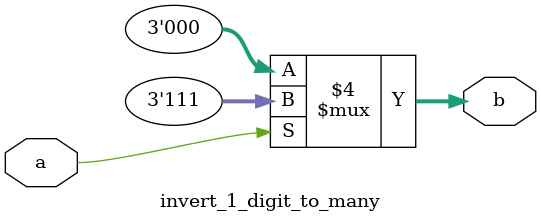
<source format=v>
`timescale 1ns / 1ps


module invert_1_digit_to_many (
       input [0:0] a,
       output reg [2:0] b
    );
    always @(*) begin
    if (a == 1) begin
        b = 111;
    end 
    else begin
        b = 000;
    end
end
endmodule

</source>
